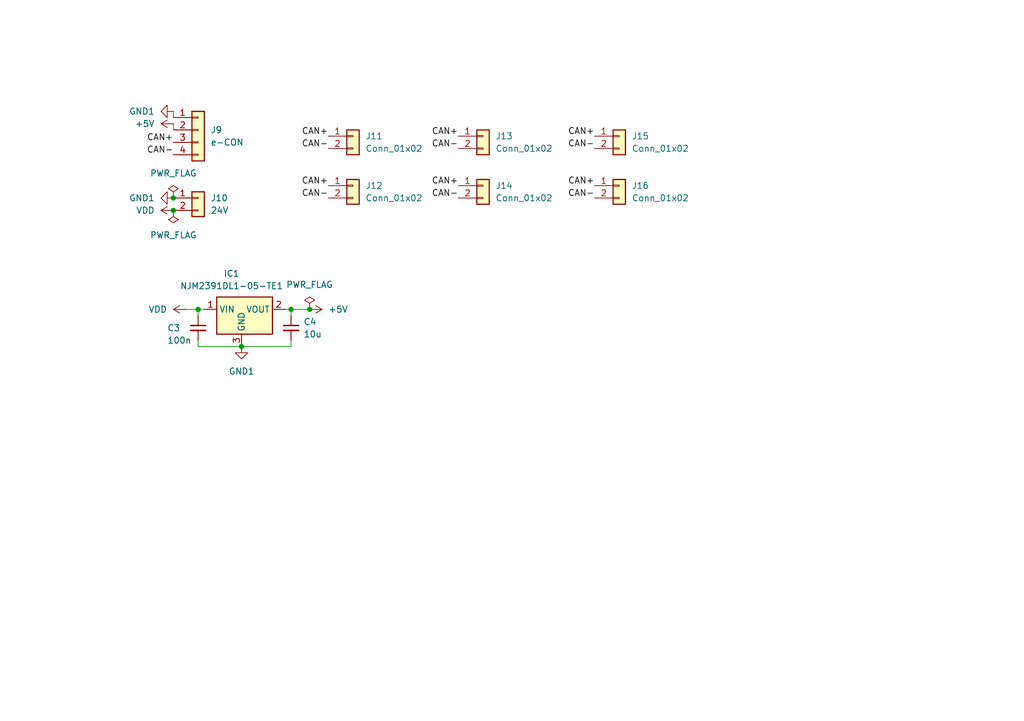
<source format=kicad_sch>
(kicad_sch (version 20231120) (generator "eeschema") (generator_version "8.0")
  (paper "A5")
  (lib_symbols
    (symbol "Connector_Generic:Conn_01x02" (pin_names (offset 1.016) hide)
      (property "Reference" "J" (at 0 2.54 0))
      (property "Value" "Conn_01x02" (at 0 -5.08 0))
      (symbol "Conn_01x02_1_1"
        (rectangle (start -1.27 -2.413) (end 0 -2.667) (stroke (width 0.1524)))
        (rectangle (start -1.27 0.127) (end 0 -0.127) (stroke (width 0.1524)))
        (rectangle (start -1.27 1.27) (end 1.27 -3.81) (stroke (width 0.254)) (fill (type background)))
        (pin passive line (at -5.08 0 0) (length 3.81) (name "Pin_1") (number "1"))
        (pin passive line (at -5.08 -2.54 0) (length 3.81) (name "Pin_2") (number "2"))
      )
    )
    (symbol "Connector_Generic:Conn_01x04" (pin_names (offset 1.016) hide)
      (property "Reference" "J" (at 0 5.08 0))
      (property "Value" "Conn_01x04" (at 0 -7.62 0))
      (symbol "Conn_01x04_1_1"
        (rectangle (start -1.27 -4.953) (end 0 -5.207) (stroke (width 0.1524)))
        (rectangle (start -1.27 -2.413) (end 0 -2.667) (stroke (width 0.1524)))
        (rectangle (start -1.27 0.127) (end 0 -0.127) (stroke (width 0.1524)))
        (rectangle (start -1.27 2.667) (end 0 2.413) (stroke (width 0.1524)))
        (rectangle (start -1.27 3.81) (end 1.27 -6.35) (stroke (width 0.254)) (fill (type background)))
        (pin passive line (at -5.08 2.54 0) (length 3.81) (name "Pin_1") (number "1"))
        (pin passive line (at -5.08 0 0) (length 3.81) (name "Pin_2") (number "2"))
        (pin passive line (at -5.08 -2.54 0) (length 3.81) (name "Pin_3") (number "3"))
        (pin passive line (at -5.08 -5.08 0) (length 3.81) (name "Pin_4") (number "4"))
      )
    )
    (symbol "Device:C_Small" (pin_numbers hide) (pin_names (offset 0.254) hide)
      (property "Reference" "C" (at 0.254 1.778 0))
      (property "Value" "C_Small" (at 0.254 -2.032 0))
      (symbol "C_Small_0_1"
        (polyline (pts (xy -1.524 -0.508) (xy 1.524 -0.508)) (stroke (width 0.3302)))
        (polyline (pts (xy -1.524 0.508) (xy 1.524 0.508)) (stroke (width 0.3048)))
      )
      (symbol "C_Small_1_1"
        (pin passive line (at 0 2.54 270) (length 2.032) (name "~") (number "1"))
        (pin passive line (at 0 -2.54 90) (length 2.032) (name "~") (number "2"))
      )
    )
    (symbol "NJM2391DL1-05-TE1:NJM2391DL1-05-TE1"
      (property "Reference" "IC1" (at 13.97 7.62 0))
      (property "Value" "NJM2391DL1-05-TE1" (at 13.97 5.08 0))
      (symbol "NJM2391DL1-05-TE1_1_1"
        (rectangle (start 5.08 2.54) (end 16.51 -5.08) (stroke (width 0.254)) (fill (type background)))
        (pin passive line (at 2.54 0 0) (length 2.54) (name "VIN") (number "1"))
        (pin passive line (at 19.05 0 180) (length 2.54) (name "VOUT") (number "2"))
        (pin passive line (at 10.16 -7.62 90) (length 2.54) (name "GND") (number "3"))
      )
    )
    (symbol "power:+5V" (power) (pin_numbers hide) (pin_names (offset 0) hide)
      (property "Value" "+5V" (at 0 3.556 0))
      (symbol "+5V_0_1"
        (polyline (pts (xy -0.762 1.27) (xy 0 2.54)))
        (polyline (pts (xy 0 0) (xy 0 2.54)))
        (polyline (pts (xy 0 2.54) (xy 0.762 1.27)))
      )
      (symbol "+5V_1_1"
        (pin power_in line (at 0 0 90) (length 0) (name "~") (number "1"))
      )
    )
    (symbol "power:GND1" (power) (pin_numbers hide) (pin_names (offset 0) hide)
      (property "Value" "GND1" (at 0 -3.81 0))
      (symbol "GND1_0_1"
        (polyline (pts (xy 0 0) (xy 0 -1.27) (xy 1.27 -1.27) (xy 0 -2.54) (xy -1.27 -1.27) (xy 0 -1.27)))
      )
      (symbol "GND1_1_1"
        (pin power_in line (at 0 0 270) (length 0) (name "~") (number "1"))
      )
    )
    (symbol "power:PWR_FLAG" (power) (pin_numbers hide) (pin_names (offset 0) hide)
      (property "Value" "PWR_FLAG" (at 0 3.81 0))
      (symbol "PWR_FLAG_0_0"
        (pin power_out line (at 0 0 90) (length 0) (name "~") (number "1"))
      )
      (symbol "PWR_FLAG_0_1"
        (polyline (pts (xy 0 0) (xy 0 1.27) (xy -1.016 1.905) (xy 0 2.54) (xy 1.016 1.905) (xy 0 1.27)))
      )
    )
    (symbol "power:VDD" (power) (pin_numbers hide) (pin_names (offset 0) hide)
      (property "Value" "VDD" (at 0 3.556 0))
      (symbol "VDD_0_1"
        (polyline (pts (xy -0.762 1.27) (xy 0 2.54)))
        (polyline (pts (xy 0 0) (xy 0 2.54)))
        (polyline (pts (xy 0 2.54) (xy 0.762 1.27)))
      )
      (symbol "VDD_1_1"
        (pin power_in line (at 0 0 90) (length 0) (name "~") (number "1"))
      )
    )
  )
  (junction (at 35.56 40.64))
  (junction (at 59.69 63.5))
  (junction (at 35.56 43.18))
  (junction (at 40.64 63.5))
  (junction (at 63.5 63.5))
  (junction (at 49.53 71.12))
  (wire (pts (xy 59.69 63.5) (xy 63.5 63.5)))
  (wire (pts (xy 40.64 63.5) (xy 41.91 63.5)))
  (wire (pts (xy 40.64 64.77) (xy 40.64 63.5)))
  (wire (pts (xy 35.56 25.4) (xy 35.56 26.67)))
  (wire (pts (xy 40.64 71.12) (xy 49.53 71.12)))
  (wire (pts (xy 59.69 71.12) (xy 59.69 69.85)))
  (wire (pts (xy 59.69 64.77) (xy 59.69 63.5)))
  (wire (pts (xy 35.56 22.86) (xy 35.56 24.13)))
  (wire (pts (xy 40.64 69.85) (xy 40.64 71.12)))
  (wire (pts (xy 38.1 63.5) (xy 40.64 63.5)))
  (wire (pts (xy 58.42 63.5) (xy 59.69 63.5)))
  (wire (pts (xy 49.53 71.12) (xy 59.69 71.12)))
  (label "CAN+" (at 93.98 27.94 180))
  (label "CAN+" (at 67.31 38.1 180))
  (label "CAN+" (at 121.92 38.1 180))
  (label "CAN-" (at 35.56 31.75 180))
  (label "CAN-" (at 67.31 40.64 180))
  (label "CAN-" (at 93.98 40.64 180))
  (label "CAN+" (at 67.31 27.94 180))
  (label "CAN+" (at 35.56 29.21 180))
  (label "CAN+" (at 121.92 27.94 180))
  (label "CAN-" (at 93.98 30.48 180))
  (label "CAN-" (at 67.31 30.48 180))
  (label "CAN-" (at 121.92 30.48 180))
  (label "CAN+" (at 93.98 38.1 180))
  (label "CAN-" (at 121.92 40.64 180))
  (symbol (lib_id "power:PWR_FLAG") (at 63.5 63.5 0) (unit 1)
    (property "Reference" "#FLG05" (effects (hide yes)))
    (property "Value" "PWR_FLAG" (at 63.5 58.42 0))
    (property "Description" "Special symbol for telling ERC where power comes from" (effects (hide yes)))
  )
  (symbol (lib_id "power:VDD") (at 35.56 43.18 90) (unit 1)
    (property "Reference" "#PWR019" (effects (hide yes)))
    (property "Value" "VDD" (at 31.75 43.1799 90) (effects (justify left)))
    (property "Description" "Power symbol creates a global label with name \"VDD\"" (effects (hide yes)))
  )
  (symbol (lib_id "Connector_Generic:Conn_01x02") (at 99.06 38.1 0) (unit 1)
    (property "Reference" "J14" (at 101.6 38.0999 0) (effects (justify left)))
    (property "Value" "Conn_01x02" (at 101.6 40.6399 0) (effects (justify left)))
    (property "Footprint" "Connector_JST:JST_XA_B02B-XASK-1_1x02_P2.50mm_Vertical" (effects (hide yes)))
    (property "Description" "Generic connector, single row, 01x02, script generated (kicad-library-utils/schlib/autogen/connector/)" (effects (hide yes)))
  )
  (symbol (lib_id "power:+5V") (at 35.56 25.4 90) (unit 1)
    (property "Reference" "#PWR017" (effects (hide yes)))
    (property "Value" "+5V" (at 31.75 25.3999 90) (effects (justify left)))
    (property "Description" "Power symbol creates a global label with name \"+5V\"" (effects (hide yes)))
  )
  (symbol (lib_id "Connector_Generic:Conn_01x02") (at 72.39 38.1 0) (unit 1)
    (property "Reference" "J12" (at 74.93 38.0999 0) (effects (justify left)))
    (property "Value" "Conn_01x02" (at 74.93 40.6399 0) (effects (justify left)))
    (property "Footprint" "Connector_JST:JST_XA_B02B-XASK-1_1x02_P2.50mm_Vertical" (effects (hide yes)))
    (property "Description" "Generic connector, single row, 01x02, script generated (kicad-library-utils/schlib/autogen/connector/)" (effects (hide yes)))
  )
  (symbol (lib_id "power:GND1") (at 35.56 22.86 270) (unit 1)
    (property "Reference" "#PWR016" (effects (hide yes)))
    (property "Value" "GND1" (at 31.75 22.8599 90) (effects (justify right)))
    (property "Description" "Power symbol creates a global label with name \"GND1\" , ground" (effects (hide yes)))
  )
  (symbol (lib_id "Connector_Generic:Conn_01x02") (at 99.06 27.94 0) (unit 1)
    (property "Reference" "J13" (at 101.6 27.9399 0) (effects (justify left)))
    (property "Value" "Conn_01x02" (at 101.6 30.4799 0) (effects (justify left)))
    (property "Footprint" "Connector_JST:JST_XA_B02B-XASK-1_1x02_P2.50mm_Vertical" (effects (hide yes)))
    (property "Description" "Generic connector, single row, 01x02, script generated (kicad-library-utils/schlib/autogen/connector/)" (effects (hide yes)))
  )
  (symbol (lib_id "power:VDD") (at 38.1 63.5 90) (unit 1)
    (property "Reference" "#PWR020" (effects (hide yes)))
    (property "Value" "VDD" (at 34.29 63.4999 90) (effects (justify left)))
    (property "Description" "Power symbol creates a global label with name \"VDD\"" (effects (hide yes)))
  )
  (symbol (lib_id "Connector_Generic:Conn_01x02") (at 72.39 27.94 0) (unit 1)
    (property "Reference" "J11" (at 74.93 27.9399 0) (effects (justify left)))
    (property "Value" "Conn_01x02" (at 74.93 30.4799 0) (effects (justify left)))
    (property "Footprint" "Connector_JST:JST_XA_B02B-XASK-1_1x02_P2.50mm_Vertical" (effects (hide yes)))
    (property "Description" "Generic connector, single row, 01x02, script generated (kicad-library-utils/schlib/autogen/connector/)" (effects (hide yes)))
  )
  (symbol (lib_id "power:GND1") (at 35.56 40.64 270) (unit 1)
    (property "Reference" "#PWR018" (effects (hide yes)))
    (property "Value" "GND1" (at 31.75 40.6399 90) (effects (justify right)))
    (property "Description" "Power symbol creates a global label with name \"GND1\" , ground" (effects (hide yes)))
  )
  (symbol (lib_id "Connector_Generic:Conn_01x02") (at 127 27.94 0) (unit 1)
    (property "Reference" "J15" (at 129.54 27.9399 0) (effects (justify left)))
    (property "Value" "Conn_01x02" (at 129.54 30.4799 0) (effects (justify left)))
    (property "Footprint" "Connector_JST:JST_XA_B02B-XASK-1_1x02_P2.50mm_Vertical" (effects (hide yes)))
    (property "Description" "Generic connector, single row, 01x02, script generated (kicad-library-utils/schlib/autogen/connector/)" (effects (hide yes)))
  )
  (symbol (lib_id "power:PWR_FLAG") (at 35.56 43.18 180) (unit 1)
    (property "Reference" "#FLG04" (effects (hide yes)))
    (property "Value" "PWR_FLAG" (at 35.56 48.26 0))
    (property "Description" "Special symbol for telling ERC where power comes from" (effects (hide yes)))
  )
  (symbol (lib_id "Connector_Generic:Conn_01x02") (at 40.64 40.64 0) (unit 1)
    (property "Reference" "J10" (at 43.18 40.6399 0) (effects (justify left)))
    (property "Value" "24V" (at 43.18 43.1799 0) (effects (justify left)))
    (property "Footprint" "Connector_AMASS:AMASS_XT60-M_1x02_P7.20mm_Vertical" (effects (hide yes)))
    (property "Description" "Generic connector, single row, 01x02, script generated (kicad-library-utils/schlib/autogen/connector/)" (effects (hide yes)))
  )
  (symbol (lib_id "Connector_Generic:Conn_01x04") (at 40.64 26.67 0) (unit 1)
    (property "Reference" "J9" (at 43.18 26.6699 0) (effects (justify left)))
    (property "Value" "e-CON" (at 43.18 29.2099 0) (effects (justify left)))
    (property "Footprint" "e-CON:e-CON_1×04" (effects (hide yes)))
    (property "Description" "Generic connector, single row, 01x04, script generated (kicad-library-utils/schlib/autogen/connector/)" (effects (hide yes)))
  )
  (symbol (lib_id "power:+5V") (at 63.5 63.5 270) (unit 1)
    (property "Reference" "#PWR022" (effects (hide yes)))
    (property "Value" "+5V" (at 67.31 63.4999 90) (effects (justify left)))
    (property "Description" "Power symbol creates a global label with name \"+5V\"" (effects (hide yes)))
  )
  (symbol (lib_id "Device:C_Small") (at 40.64 67.31 0) (unit 1)
    (property "Reference" "C3" (at 34.29 67.31 0) (effects (justify left)))
    (property "Value" "100n" (at 34.29 69.85 0) (effects (justify left)))
    (property "Footprint" "Capacitor_SMD:C_0603_1608Metric_Pad1.08x0.95mm_HandSolder" (effects (hide yes)))
    (property "Description" "Unpolarized capacitor, small symbol" (effects (hide yes)))
  )
  (symbol (lib_id "power:PWR_FLAG") (at 35.56 40.64 0) (unit 1)
    (property "Reference" "#FLG03" (effects (hide yes)))
    (property "Value" "PWR_FLAG" (at 35.56 35.56 0))
    (property "Description" "Special symbol for telling ERC where power comes from" (effects (hide yes)))
  )
  (symbol (lib_id "Connector_Generic:Conn_01x02") (at 127 38.1 0) (unit 1)
    (property "Reference" "J16" (at 129.54 38.0999 0) (effects (justify left)))
    (property "Value" "Conn_01x02" (at 129.54 40.6399 0) (effects (justify left)))
    (property "Footprint" "Connector_JST:JST_XA_B02B-XASK-1_1x02_P2.50mm_Vertical" (effects (hide yes)))
    (property "Description" "Generic connector, single row, 01x02, script generated (kicad-library-utils/schlib/autogen/connector/)" (effects (hide yes)))
  )
  (symbol (lib_id "Device:C_Small") (at 59.69 67.31 0) (unit 1)
    (property "Reference" "C4" (at 62.23 66.0462 0) (effects (justify left)))
    (property "Value" "10u" (at 62.23 68.5862 0) (effects (justify left)))
    (property "Footprint" "Capacitor_SMD:C_0805_2012Metric_Pad1.18x1.45mm_HandSolder" (effects (hide yes)))
    (property "Description" "Unpolarized capacitor, small symbol" (effects (hide yes)))
  )
  (symbol (lib_id "power:GND1") (at 49.53 71.12 0) (unit 1)
    (property "Reference" "#PWR021" (effects (hide yes)))
    (property "Value" "GND1" (at 49.53 76.2 0))
    (property "Description" "Power symbol creates a global label with name \"GND1\" , ground" (effects (hide yes)))
  )
  (symbol (lib_id "NJM2391DL1-05-TE1:NJM2391DL1-05-TE1") (at 39.37 63.5 0) (unit 1)
    (property "Reference" "IC1" (at 47.498 56.134 0))
    (property "Value" "NJM2391DL1-05-TE1" (at 47.498 58.674 0))
    (property "Footprint" "NJM2391:TO-252-3-L1_1" (effects (hide yes)))
    (property "Description" "LDO Regulator Pos 5V 1A 3-Pin  TO-252 New Japan Radio NJM2391DL1-05-TE1, LDO Voltage Regulator, 1A, 5 V +/-1%, 3-Pin TO-252" (effects (hide yes)))
    (property "Manufacturer_Name" "New Japan Radio" (effects (hide yes)))
    (property "Manufacturer_Part_Number" "NJM2391DL1-05-TE1" (effects (hide yes)))
    (property "Mouser Part Number" "513-NJM2391DL105-TE1" (effects (hide yes)))
    (property "Mouser Price/Stock" "https://www.mouser.co.uk/ProductDetail/NJR/NJM2391DL1-05-TE1?qs=7x5O%252BBkfEwv1AzCX%2FO1wrg%3D%3D" (effects (hide yes)))
  )
)
</source>
